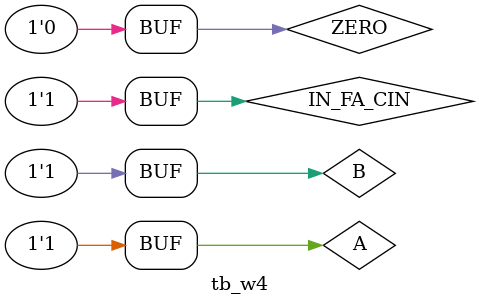
<source format=v>
`timescale 1ns/1ns

module tb_w4;
	reg A, B;

	//input for full adders
	reg IN_FA_CIN;
 
	//output for half adders
	wire OUT_HA_D_SUM, OUT_HA_D_CARRY; //dataflow modeling
	wire OUT_HA_B_SUM, OUT_HA_B_CARRY; //behavioral modeling
	wire OUT_HA_G_SUM, OUT_HA_G_CARRY; //gate-level modeling

	//wires for full adders
	wire OUT_FA_B_SUM, OUT_FA_B_COUT; //behavioral modeling
	wire OUT_FA_D_SUM, OUT_FA_D_COUT; //dataflow modeling
	wire OUT_FA_G_SUM, OUT_FA_G_COUT; //gate-level modeling

	//input for four bit full adder
	reg [3:0] A_4BIT, B_4BIT;
	reg ZERO;
	
	//output for four bit full adder
	wire [3:0] OUT_FA_SUM;
	wire OUT_FA_COUT;
	
	
	//half_adder_dataflow_module half_adder_dataflow(.a(A), .b(B), .sum(OUT_HA_D_SUM), .carry(OUT_HA_D_CARRY));
	//half_adder_behavioral_module half_adder_behavioral(.a(A), .b(B), .sum(OUT_HA_B_SUM), .carry(OUT_HA_B_CARRY));
	//half_adder_gatelevel_module half_adder_gatelevel(.a(A), .b(B), .sum(OUT_HA_G_SUM), .carry(OUT_HA_G_CARRY));

	full_adder_behavioral_module full_adder_behavioral(.a(A), .b(B), .cin(IN_FA_CIN), .sum(OUT_FA_B_SUM), .cout(OUT_FA_B_COUT));
	//full_adder_dataflow_module full_adder_dataflow(.a(A), .b(B), .cin(IN_FA_CIN), .sum(OUT_FA_D_SUM), .cout(OUT_FA_D_COUT));
	full_adder_gatelevel_module full_adder_gatelevel(.a(A), .b(B), .cin(IN_FA_CIN), .sum(OUT_FA_G_SUM), .cout(OUT_FA_G_COUT));

	four_bit_full_adder_module four_bit_full_adder (.a(A_4BIT), .b(B_4BIT), .cin(ZERO), .sum(OUT_FA_SUM), .cout(OUT_FA_COUT));

	initial 
	begin
		 A = 1'b0; B = 1'b0; IN_FA_CIN = 1'b0; ZERO = 1'b0; 	 
		 #10 A = 1'b0; B = 1'b0; IN_FA_CIN = 1'b1; 
		 #10 A = 1'b0; B = 1'b1; IN_FA_CIN = 1'b0; 
         #10 A = 1'b0; B = 1'b1; IN_FA_CIN = 1'b1;	
		 #10 A = 1'b1; B = 1'b0; IN_FA_CIN = 1'b0;		 
		 #10 A = 1'b1; B = 1'b0; IN_FA_CIN = 1'b1;
		 #10 A = 1'b1; B = 1'b1; IN_FA_CIN = 1'b0;
	     #10 A = 1'b1; B = 1'b1; IN_FA_CIN = 1'b1;

	end
	
	
endmodule
</source>
